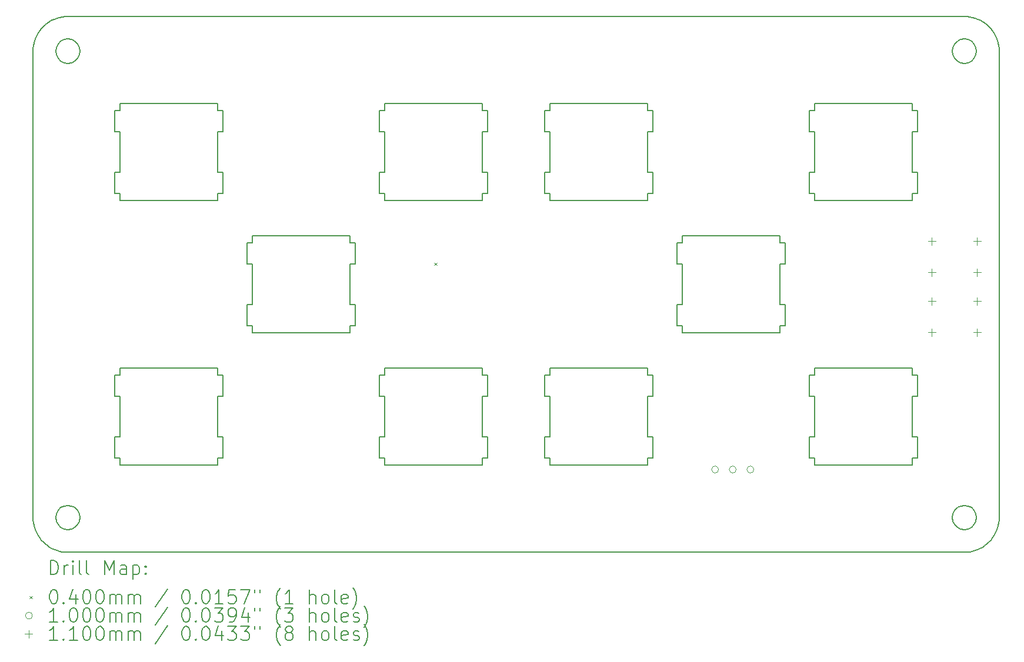
<source format=gbr>
%TF.GenerationSoftware,KiCad,Pcbnew,(6.0.8)*%
%TF.CreationDate,2022-10-26T23:53:49-06:00*%
%TF.ProjectId,plate,706c6174-652e-46b6-9963-61645f706362,rev?*%
%TF.SameCoordinates,Original*%
%TF.FileFunction,Drillmap*%
%TF.FilePolarity,Positive*%
%FSLAX45Y45*%
G04 Gerber Fmt 4.5, Leading zero omitted, Abs format (unit mm)*
G04 Created by KiCad (PCBNEW (6.0.8)) date 2022-10-26 23:53:49*
%MOMM*%
%LPD*%
G01*
G04 APERTURE LIST*
%ADD10C,0.188976*%
%ADD11C,0.200000*%
%ADD12C,0.040000*%
%ADD13C,0.100000*%
%ADD14C,0.110000*%
G04 APERTURE END LIST*
D10*
X17396000Y-9503900D02*
X17396000Y-9503900D01*
X17396000Y-9193900D02*
X17316000Y-9193900D01*
X8048800Y-6397100D02*
X8053400Y-6358100D01*
X15491000Y-12398900D02*
X16891000Y-12398900D01*
X13029800Y-7288900D02*
X13029800Y-7288900D01*
X8048800Y-13190700D02*
X8047200Y-13151400D01*
X8380800Y-6382300D02*
X8380800Y-6382300D01*
X21350700Y-13293000D02*
X21350700Y-13293000D01*
X21595199Y-6333500D02*
X21556500Y-6294800D01*
X10699800Y-8588900D02*
X10699800Y-8588900D01*
X21492799Y-13649900D02*
X21492799Y-13649900D01*
X8469000Y-13645300D02*
X8469000Y-13645300D01*
X11204700Y-10083900D02*
X11124800Y-10083900D01*
X8547300Y-6261400D02*
X8547300Y-6261400D01*
X21747500Y-13556000D02*
X21747500Y-13556000D01*
X8508000Y-13649900D02*
X8469000Y-13645300D01*
X14509799Y-7188900D02*
X14509799Y-7188900D01*
X18876000Y-9193900D02*
X18796000Y-9193900D01*
X15491000Y-8178800D02*
X15491000Y-8178800D01*
X9299800Y-11408900D02*
X9299800Y-11408900D01*
X12684700Y-9193900D02*
X12604700Y-9193900D01*
X14509799Y-7598900D02*
X14589800Y-7598900D01*
X8048800Y-6397100D02*
X8048800Y-6397100D01*
X16891000Y-12398900D02*
X16891000Y-12398900D01*
X13109799Y-8588900D02*
X14509799Y-8588900D01*
X8053400Y-6358100D02*
X8053400Y-6358100D01*
X19221000Y-11408900D02*
X19301000Y-11408900D01*
X8047200Y-13151400D02*
X8047200Y-13151400D01*
X14509799Y-8488900D02*
X14589800Y-8488900D01*
X16971000Y-8178800D02*
X16971000Y-8178800D01*
X16891000Y-7288900D02*
X16891000Y-7288900D01*
X15491000Y-8588900D02*
X15491000Y-8588900D01*
X15491000Y-8488900D02*
X15491000Y-8488900D01*
X10699800Y-10998900D02*
X9299800Y-10998900D01*
X21507699Y-13317900D02*
X21556500Y-13293000D01*
X21556500Y-6294800D02*
X21556500Y-6294800D01*
X8142700Y-6142500D02*
X8167000Y-6111600D01*
X21929100Y-6281800D02*
X21939799Y-6319600D01*
X20780999Y-8178800D02*
X20700999Y-8178800D01*
X10699800Y-12298900D02*
X10779600Y-12298900D01*
X8101700Y-6209400D02*
X8120900Y-6175100D01*
X11204700Y-9503900D02*
X11204700Y-9503900D01*
X11124800Y-10393900D02*
X11204700Y-10393900D01*
X20700999Y-10998900D02*
X20700999Y-10998900D01*
X17396000Y-10493900D02*
X17396000Y-10493900D01*
X10779600Y-11408900D02*
X10779600Y-11098900D01*
X8222500Y-6056100D02*
X8253400Y-6031800D01*
X9299800Y-12398900D02*
X10699800Y-12398900D01*
X21287199Y-13205500D02*
X21287199Y-13205500D01*
X17396000Y-10493900D02*
X18796000Y-10493900D01*
X8142700Y-13445300D02*
X8120900Y-13412700D01*
X8405700Y-13254300D02*
X8444400Y-13293000D01*
X21287199Y-6490400D02*
X21311999Y-6539200D01*
X8405700Y-6333500D02*
X8405700Y-6333500D01*
X8469000Y-5942500D02*
X8508000Y-5937900D01*
X8469000Y-13645300D02*
X8430500Y-13637600D01*
X13109799Y-12298900D02*
X13109799Y-12298900D01*
X9219700Y-11988900D02*
X9219700Y-11988900D01*
X14509799Y-12398900D02*
X14509799Y-12298900D01*
X15491000Y-12298900D02*
X15491000Y-12398900D01*
X21879899Y-6175100D02*
X21879899Y-6175100D01*
X21287199Y-13097400D02*
X21287199Y-13097400D01*
X21915500Y-6245000D02*
X21915500Y-6245000D01*
X14589800Y-8488900D02*
X14589800Y-8488900D01*
X15411000Y-11098900D02*
X15411000Y-11408900D01*
X12604700Y-10083900D02*
X12604700Y-9503900D01*
X19301000Y-7288900D02*
X19221000Y-7288900D01*
X21833799Y-6111600D02*
X21833799Y-6111600D01*
X21595199Y-13254300D02*
X21619999Y-13205500D01*
X10699800Y-11408900D02*
X10779600Y-11408900D01*
X21833799Y-6111600D02*
X21858099Y-6142500D01*
X21287199Y-6382300D02*
X21278599Y-6436400D01*
X8120900Y-13412700D02*
X8120900Y-13412700D01*
X15491000Y-11098900D02*
X15491000Y-11098900D01*
X8405700Y-6333500D02*
X8380800Y-6382300D01*
X10699800Y-8178800D02*
X10699800Y-7598900D01*
X21833799Y-13476200D02*
X21833799Y-13476200D01*
X21507699Y-6269900D02*
X21453599Y-6261400D01*
X8547300Y-6611400D02*
X8601300Y-6602800D01*
X8547300Y-5936300D02*
X21453599Y-5936400D01*
X8085300Y-13342800D02*
X8085300Y-13342800D01*
X16891000Y-8178800D02*
X16891000Y-8178800D01*
X10779600Y-7288900D02*
X10779600Y-7288900D01*
X18876000Y-10393900D02*
X18876000Y-10083900D01*
X8355900Y-5974400D02*
X8355900Y-5974400D01*
X21287199Y-6382300D02*
X21287199Y-6382300D01*
X21899099Y-6209400D02*
X21915500Y-6245000D01*
X21350700Y-13009900D02*
X21350700Y-13009900D01*
X21953599Y-13151500D02*
X21953599Y-13151500D01*
X21595199Y-6539200D02*
X21619999Y-6490400D01*
X12604700Y-10493900D02*
X12604700Y-10393900D01*
X21778300Y-6056100D02*
X21807200Y-6082800D01*
X18876000Y-10083900D02*
X18796000Y-10083900D01*
X10779600Y-12298900D02*
X10779600Y-11988900D01*
X8380800Y-13097400D02*
X8380800Y-13097400D01*
X10699800Y-11988900D02*
X10699800Y-11988900D01*
X18796000Y-9193900D02*
X18796000Y-9193900D01*
X20700999Y-11408900D02*
X20700999Y-11408900D01*
X21350700Y-6294800D02*
X21350700Y-6294800D01*
X21619999Y-6490400D02*
X21628599Y-6436400D01*
X8085300Y-6245000D02*
X8101700Y-6209400D01*
X8508000Y-5937900D02*
X8547300Y-5936300D01*
X8380800Y-6490400D02*
X8380800Y-6490400D01*
X14509799Y-8588900D02*
X14509799Y-8488900D01*
X21628599Y-13151500D02*
X21619999Y-13097400D01*
X21644900Y-5974400D02*
X21644900Y-5974400D01*
X8320300Y-5990800D02*
X8355900Y-5974400D01*
X21531799Y-13645300D02*
X21531799Y-13645300D01*
X9299800Y-7288900D02*
X9299800Y-7288900D01*
X13109799Y-8178800D02*
X13029800Y-8178800D01*
X21858099Y-6142500D02*
X21879899Y-6175100D01*
X19301000Y-7188900D02*
X19301000Y-7288900D01*
X9299800Y-10998900D02*
X9299800Y-11098900D01*
X21399499Y-6602800D02*
X21399499Y-6602800D01*
X8053400Y-6358100D02*
X8061100Y-6319600D01*
X8071700Y-6281800D02*
X8085300Y-6245000D01*
X14509799Y-10998900D02*
X13109799Y-10998900D01*
X8547300Y-12976500D02*
X8493200Y-12985000D01*
X8047300Y-6436400D02*
X8048800Y-6397100D01*
X18876000Y-9503900D02*
X18876000Y-9503900D01*
X21531799Y-5942500D02*
X21531799Y-5942500D01*
X8355900Y-5974400D02*
X8392700Y-5960800D01*
X21929100Y-13306000D02*
X21915500Y-13342800D01*
X21453599Y-6261400D02*
X21399499Y-6269900D01*
X8444400Y-6294800D02*
X8405700Y-6333500D01*
X11124800Y-9193900D02*
X11124800Y-9503900D01*
X21644900Y-5974400D02*
X21680600Y-5990800D01*
X8601300Y-6269900D02*
X8547300Y-6261400D01*
X10699800Y-8588900D02*
X10699800Y-8488900D01*
X21952099Y-13190700D02*
X21952099Y-13190700D01*
X11204700Y-9193900D02*
X11124800Y-9193900D01*
X8372300Y-13151500D02*
X8380800Y-13205500D01*
X8601300Y-6602800D02*
X8650100Y-6577900D01*
X13109799Y-11098900D02*
X13109799Y-11098900D01*
X18876000Y-9503900D02*
X18876000Y-9193900D01*
X8547300Y-13326500D02*
X8547300Y-13326500D01*
X21939799Y-13268200D02*
X21929100Y-13306000D01*
X8380800Y-6490400D02*
X8405700Y-6539200D01*
X18876000Y-9193900D02*
X18876000Y-9193900D01*
X8167000Y-6111600D02*
X8167000Y-6111600D01*
X15491000Y-7288900D02*
X15491000Y-7288900D01*
X19301000Y-12298900D02*
X19301000Y-12398900D01*
X20700999Y-7288900D02*
X20700999Y-7188900D01*
X9219700Y-7598900D02*
X9299800Y-7598900D01*
X20700999Y-7598900D02*
X20700999Y-7598900D01*
X15491000Y-7288900D02*
X15411000Y-7288900D01*
X21350700Y-13009900D02*
X21311999Y-13048600D01*
X8193700Y-13505000D02*
X8193700Y-13505000D01*
X17396000Y-10393900D02*
X17396000Y-10393900D01*
X8713700Y-6382300D02*
X8713700Y-6382300D01*
X8142700Y-6142500D02*
X8142700Y-6142500D01*
X8547300Y-13651500D02*
X8547300Y-13651500D01*
X21278599Y-6436400D02*
X21278599Y-6436400D01*
X11124800Y-9193900D02*
X11124800Y-9193900D01*
X8405700Y-6539200D02*
X8405700Y-6539200D01*
X8601300Y-6269900D02*
X8601300Y-6269900D01*
X21278599Y-6436400D02*
X21287199Y-6490400D01*
X10699800Y-7288900D02*
X10699800Y-7288900D01*
X14589800Y-11408900D02*
X14589800Y-11098900D01*
X19301000Y-12298900D02*
X19301000Y-12298900D01*
X16891000Y-11408900D02*
X16891000Y-11408900D01*
X14509799Y-10998900D02*
X14509799Y-10998900D01*
X16971000Y-7288900D02*
X16891000Y-7288900D01*
X8405700Y-13048600D02*
X8380800Y-13097400D01*
X13109799Y-12398900D02*
X13109799Y-12398900D01*
X16971000Y-11098900D02*
X16971000Y-11098900D01*
X12684700Y-10393900D02*
X12684700Y-10393900D01*
X16971000Y-11988900D02*
X16971000Y-11988900D01*
X11124800Y-9503900D02*
X11204700Y-9503900D01*
X15491000Y-12398900D02*
X15491000Y-12398900D01*
X20780999Y-11408900D02*
X20780999Y-11408900D01*
X21531799Y-13645300D02*
X21492799Y-13649900D01*
X13109799Y-11408900D02*
X13109799Y-11408900D01*
X21507699Y-12985000D02*
X21507699Y-12985000D01*
X21879899Y-6175100D02*
X21899099Y-6209400D01*
X9219700Y-12298900D02*
X9299800Y-12298900D01*
X8430500Y-13637600D02*
X8392700Y-13627000D01*
X9219700Y-7288900D02*
X9219700Y-7598900D01*
X21833799Y-13476200D02*
X21807200Y-13505000D01*
X21350700Y-13293000D02*
X21399499Y-13317900D01*
X21595199Y-6539200D02*
X21595199Y-6539200D01*
X8193700Y-13505000D02*
X8167000Y-13476200D01*
X13029800Y-7288900D02*
X13029800Y-7598900D01*
X13109799Y-8588900D02*
X13109799Y-8588900D01*
X19301000Y-7598900D02*
X19301000Y-8178800D01*
X11124800Y-9503900D02*
X11124800Y-9503900D01*
X15411000Y-7598900D02*
X15411000Y-7598900D01*
X16891000Y-11098900D02*
X16891000Y-10998900D01*
X8601300Y-13317900D02*
X8650100Y-13293000D01*
X9299800Y-7598900D02*
X9299800Y-8178800D01*
X14509799Y-8588900D02*
X14509799Y-8588900D01*
X8380800Y-6382300D02*
X8372300Y-6436400D01*
X14589800Y-12298900D02*
X14589800Y-11988900D01*
X16971000Y-7598900D02*
X16971000Y-7288900D01*
X8444400Y-13009900D02*
X8444400Y-13009900D01*
X19301000Y-8488900D02*
X19301000Y-8488900D01*
X18796000Y-9093900D02*
X18796000Y-9093900D01*
X8101700Y-6209400D02*
X8101700Y-6209400D01*
X10779600Y-12298900D02*
X10779600Y-12298900D01*
X21570300Y-5950200D02*
X21608099Y-5960800D01*
X21899099Y-6209400D02*
X21899099Y-6209400D01*
X16891000Y-7288900D02*
X16891000Y-7188900D01*
X21453599Y-12976500D02*
X21453599Y-12976500D01*
X18796000Y-10393900D02*
X18796000Y-10393900D01*
X20700999Y-12298900D02*
X20700999Y-12298900D01*
X15491000Y-11408900D02*
X15491000Y-11988900D01*
X21952099Y-6397100D02*
X21952099Y-6397100D01*
X9299800Y-11098900D02*
X9219700Y-11098900D01*
X8355900Y-13613400D02*
X8320300Y-13597000D01*
X21899099Y-13378400D02*
X21899099Y-13378400D01*
X10699800Y-7598900D02*
X10699800Y-7598900D01*
X8722300Y-6436400D02*
X8713700Y-6382300D01*
X15491000Y-8588900D02*
X16891000Y-8588900D01*
X8120900Y-13412700D02*
X8101700Y-13378400D01*
X19301000Y-11988900D02*
X19301000Y-11988900D01*
X9299800Y-8588900D02*
X9299800Y-8588900D01*
X21570300Y-5950200D02*
X21570300Y-5950200D01*
X20700999Y-11988900D02*
X20700999Y-11988900D01*
X19301000Y-8178800D02*
X19301000Y-8178800D01*
X13029800Y-12298900D02*
X13029800Y-12298900D01*
X20700999Y-11988900D02*
X20700999Y-11408900D01*
X10779600Y-8488900D02*
X10779600Y-8178800D01*
X21311999Y-6539200D02*
X21311999Y-6539200D01*
X8286000Y-6010000D02*
X8320300Y-5990800D01*
X15491000Y-8178800D02*
X15411000Y-8178800D01*
X9299800Y-11098900D02*
X9299800Y-11098900D01*
X8508000Y-13649900D02*
X8508000Y-13649900D01*
X13109799Y-11098900D02*
X13029800Y-11098900D01*
X18796000Y-9093900D02*
X17396000Y-9093900D01*
X15411000Y-7288900D02*
X15411000Y-7288900D01*
X8688800Y-6333500D02*
X8688800Y-6333500D01*
X17316000Y-10083900D02*
X17316000Y-10393900D01*
X13029800Y-8488900D02*
X13029800Y-8488900D01*
X21595199Y-13048600D02*
X21556500Y-13009900D01*
X10699800Y-11988900D02*
X10699800Y-11408900D01*
X20780999Y-11988900D02*
X20780999Y-11988900D01*
X8071700Y-13306000D02*
X8061100Y-13268200D01*
X15491000Y-11098900D02*
X15411000Y-11098900D01*
X15411000Y-8488900D02*
X15411000Y-8488900D01*
X13029800Y-11988900D02*
X13029800Y-12298900D01*
X8493200Y-13317900D02*
X8493200Y-13317900D01*
X14509799Y-11988900D02*
X14509799Y-11408900D01*
X17396000Y-9093900D02*
X17396000Y-9193900D01*
X8320300Y-13597000D02*
X8286000Y-13577800D01*
X8320300Y-13597000D02*
X8320300Y-13597000D01*
X8101700Y-13378400D02*
X8085300Y-13342800D01*
X17396000Y-9503900D02*
X17396000Y-10083900D01*
X19221000Y-11098900D02*
X19221000Y-11408900D01*
X9299800Y-11988900D02*
X9219700Y-11988900D01*
X21747500Y-6031800D02*
X21747500Y-6031800D01*
X14589800Y-11098900D02*
X14509799Y-11098900D01*
X13029800Y-8178800D02*
X13029800Y-8178800D01*
X21492799Y-5937900D02*
X21492799Y-5937900D01*
X9299800Y-7598900D02*
X9299800Y-7598900D01*
X15411000Y-12298900D02*
X15411000Y-12298900D01*
X20780999Y-7598900D02*
X20780999Y-7598900D01*
X16891000Y-8488900D02*
X16891000Y-8488900D01*
X15491000Y-11988900D02*
X15411000Y-11988900D01*
X21714799Y-6010000D02*
X21747500Y-6031800D01*
X8392700Y-13627000D02*
X8392700Y-13627000D01*
X8722300Y-13151500D02*
X8722300Y-13151500D01*
X8085300Y-6245000D02*
X8085300Y-6245000D01*
X14509799Y-11098900D02*
X14509799Y-10998900D01*
X14589800Y-8178800D02*
X14509799Y-8178800D01*
X9299800Y-8178800D02*
X9299800Y-8178800D01*
X8713700Y-6490400D02*
X8713700Y-6490400D01*
X16891000Y-12398900D02*
X16891000Y-12298900D01*
X21570300Y-13637600D02*
X21570300Y-13637600D01*
X9219700Y-8488900D02*
X9299800Y-8488900D01*
X21311999Y-13254300D02*
X21350700Y-13293000D01*
X12604700Y-9093900D02*
X12604700Y-9093900D01*
X8222500Y-13531700D02*
X8193700Y-13505000D01*
X15411000Y-11098900D02*
X15411000Y-11098900D01*
X13029800Y-12298900D02*
X13109799Y-12298900D01*
X15491000Y-7598900D02*
X15491000Y-7598900D01*
X15411000Y-7288900D02*
X15411000Y-7598900D01*
X12684700Y-9503900D02*
X12684700Y-9503900D01*
X21399499Y-12985000D02*
X21350700Y-13009900D01*
X19301000Y-11988900D02*
X19221000Y-11988900D01*
X14589800Y-11098900D02*
X14589800Y-11098900D01*
X10699800Y-7288900D02*
X10699800Y-7188900D01*
X19301000Y-10998900D02*
X19301000Y-11098900D01*
X19221000Y-12298900D02*
X19221000Y-12298900D01*
X15491000Y-7188900D02*
X15491000Y-7288900D01*
X15411000Y-8178800D02*
X15411000Y-8488900D01*
X20780999Y-12298900D02*
X20780999Y-12298900D01*
X18796000Y-10083900D02*
X18796000Y-10083900D01*
X11124800Y-10393900D02*
X11124800Y-10393900D01*
X9299800Y-11408900D02*
X9299800Y-11988900D01*
X9299800Y-8488900D02*
X9299800Y-8488900D01*
X16971000Y-11098900D02*
X16891000Y-11098900D01*
X16971000Y-11408900D02*
X16971000Y-11098900D01*
X19221000Y-11988900D02*
X19221000Y-12298900D01*
X19301000Y-12398900D02*
X20700999Y-12398900D01*
X10699800Y-11098900D02*
X10699800Y-11098900D01*
X8320300Y-5990800D02*
X8320300Y-5990800D01*
X8688800Y-6333500D02*
X8650100Y-6294800D01*
X14589800Y-7288900D02*
X14589800Y-7288900D01*
X13109799Y-12298900D02*
X13109799Y-12398900D01*
X21947400Y-13229700D02*
X21947400Y-13229700D01*
X20700999Y-12298900D02*
X20780999Y-12298900D01*
X17316000Y-10393900D02*
X17396000Y-10393900D01*
X11204700Y-10493900D02*
X11204700Y-10493900D01*
X21680600Y-13597000D02*
X21680600Y-13597000D01*
X15491000Y-11408900D02*
X15491000Y-11408900D01*
X16891000Y-7188900D02*
X15491000Y-7188900D01*
X11124800Y-10083900D02*
X11124800Y-10083900D01*
X11204700Y-10083900D02*
X11204700Y-10083900D01*
X21939799Y-6319600D02*
X21939799Y-6319600D01*
X8469000Y-5942500D02*
X8469000Y-5942500D01*
X16891000Y-7598900D02*
X16891000Y-7598900D01*
X21453599Y-13651500D02*
X8547300Y-13651500D01*
X15491000Y-7598900D02*
X15491000Y-8178800D01*
X8493200Y-6602800D02*
X8547300Y-6611400D01*
X8650100Y-6294800D02*
X8601300Y-6269900D01*
X8053400Y-13229700D02*
X8053400Y-13229700D01*
X8193700Y-6082800D02*
X8193700Y-6082800D01*
X20700999Y-11098900D02*
X20700999Y-11098900D01*
X13029800Y-11098900D02*
X13029800Y-11408900D01*
X8061100Y-13268200D02*
X8061100Y-13268200D01*
X12684700Y-10083900D02*
X12684700Y-10083900D01*
X21858099Y-13445300D02*
X21833799Y-13476200D01*
X10779600Y-11988900D02*
X10779600Y-11988900D01*
X16891000Y-12298900D02*
X16971000Y-12298900D01*
X11124800Y-10083900D02*
X11124800Y-10393900D01*
X8547300Y-6611400D02*
X8547300Y-6611400D01*
X8048800Y-13190700D02*
X8048800Y-13190700D01*
X8167000Y-13476200D02*
X8142700Y-13445300D01*
X20780999Y-7288900D02*
X20780999Y-7288900D01*
X21807200Y-13505000D02*
X21778300Y-13531700D01*
X21619999Y-6382300D02*
X21619999Y-6382300D01*
X15491000Y-11988900D02*
X15491000Y-11988900D01*
X8601300Y-13317900D02*
X8601300Y-13317900D01*
X8430500Y-5950200D02*
X8430500Y-5950200D01*
X8253400Y-13556000D02*
X8253400Y-13556000D01*
X19301000Y-11098900D02*
X19301000Y-11098900D01*
X16891000Y-7188900D02*
X16891000Y-7188900D01*
X19301000Y-7288900D02*
X19301000Y-7288900D01*
X8444400Y-13293000D02*
X8444400Y-13293000D01*
X17316000Y-9503900D02*
X17316000Y-9503900D01*
X12684700Y-9193900D02*
X12684700Y-9193900D01*
X14509799Y-8178800D02*
X14509799Y-7598900D01*
X16891000Y-11098900D02*
X16891000Y-11098900D01*
X12684700Y-10393900D02*
X12684700Y-10083900D01*
X8071700Y-13306000D02*
X8071700Y-13306000D01*
X8713700Y-6382300D02*
X8688800Y-6333500D01*
X20700999Y-8588900D02*
X20700999Y-8488900D01*
X21556500Y-6577900D02*
X21595199Y-6539200D01*
X21939799Y-13268200D02*
X21939799Y-13268200D01*
X13109799Y-11408900D02*
X13109799Y-11988900D01*
X8222500Y-13531700D02*
X8222500Y-13531700D01*
X19301000Y-11098900D02*
X19221000Y-11098900D01*
X21778300Y-13531700D02*
X21778300Y-13531700D01*
X19221000Y-11408900D02*
X19221000Y-11408900D01*
X9219700Y-7288900D02*
X9219700Y-7288900D01*
X21453599Y-6611400D02*
X21453599Y-6611400D01*
X14509799Y-12298900D02*
X14589800Y-12298900D01*
X14509799Y-11408900D02*
X14589800Y-11408900D01*
X21778300Y-13531700D02*
X21747500Y-13556000D01*
X8547300Y-12976500D02*
X8547300Y-12976500D01*
X14509799Y-7288900D02*
X14509799Y-7188900D01*
X21287199Y-13097400D02*
X21278599Y-13151500D01*
X20700999Y-8488900D02*
X20780999Y-8488900D01*
X14589800Y-7288900D02*
X14509799Y-7288900D01*
X21453599Y-6261400D02*
X21453599Y-6261400D01*
X8286000Y-13577800D02*
X8253400Y-13556000D01*
X8688800Y-13254300D02*
X8713700Y-13205500D01*
X14589800Y-11988900D02*
X14509799Y-11988900D01*
X21915500Y-13342800D02*
X21899099Y-13378400D01*
X16891000Y-11988900D02*
X16891000Y-11408900D01*
X18796000Y-10493900D02*
X18796000Y-10393900D01*
X21915500Y-13342800D02*
X21915500Y-13342800D01*
X21929100Y-6281800D02*
X21929100Y-6281800D01*
X18796000Y-9193900D02*
X18796000Y-9093900D01*
X8372300Y-6436400D02*
X8372300Y-6436400D01*
X20700999Y-7288900D02*
X20700999Y-7288900D01*
X13029800Y-8488900D02*
X13109799Y-8488900D01*
X20780999Y-7288900D02*
X20700999Y-7288900D01*
X19301000Y-11408900D02*
X19301000Y-11988900D01*
X21556500Y-13293000D02*
X21595199Y-13254300D01*
X18876000Y-10393900D02*
X18876000Y-10393900D01*
X21350700Y-6577900D02*
X21350700Y-6577900D01*
X10779600Y-11988900D02*
X10699800Y-11988900D01*
X9219700Y-11408900D02*
X9299800Y-11408900D01*
X15491000Y-8488900D02*
X15491000Y-8588900D01*
X21939799Y-6319600D02*
X21947400Y-6358100D01*
X20780999Y-7598900D02*
X20780999Y-7288900D01*
X8142700Y-13445300D02*
X8142700Y-13445300D01*
X20700999Y-7598900D02*
X20780999Y-7598900D01*
X11204700Y-10393900D02*
X11204700Y-10393900D01*
X14589800Y-8178800D02*
X14589800Y-8178800D01*
X14509799Y-8488900D02*
X14509799Y-8488900D01*
X19221000Y-8178800D02*
X19221000Y-8178800D01*
X11204700Y-10393900D02*
X11204700Y-10493900D01*
X18796000Y-9503900D02*
X18876000Y-9503900D01*
X18796000Y-10083900D02*
X18796000Y-9503900D01*
X8688800Y-13048600D02*
X8650100Y-13009900D01*
X8547300Y-5936300D02*
X8547300Y-5936300D01*
X21953599Y-6436400D02*
X21953599Y-13151500D01*
X8193700Y-6082800D02*
X8222500Y-6056100D01*
X13109799Y-7598900D02*
X13109799Y-8178800D01*
X9299800Y-7188900D02*
X9299800Y-7288900D01*
X19221000Y-7598900D02*
X19221000Y-7598900D01*
X9299800Y-12398900D02*
X9299800Y-12398900D01*
X8650100Y-13293000D02*
X8650100Y-13293000D01*
X20700999Y-10998900D02*
X19301000Y-10998900D01*
X21628599Y-6436400D02*
X21619999Y-6382300D01*
X10779600Y-8178800D02*
X10699800Y-8178800D01*
X9219700Y-7598900D02*
X9219700Y-7598900D01*
X14589800Y-12298900D02*
X14589800Y-12298900D01*
X20780999Y-8488900D02*
X20780999Y-8178800D01*
X9219700Y-11098900D02*
X9219700Y-11098900D01*
X21507699Y-6269900D02*
X21507699Y-6269900D01*
X12684700Y-10083900D02*
X12604700Y-10083900D01*
X21680600Y-5990800D02*
X21680600Y-5990800D01*
X20700999Y-8588900D02*
X20700999Y-8588900D01*
X8601300Y-12985000D02*
X8601300Y-12985000D01*
X21680600Y-5990800D02*
X21714799Y-6010000D01*
X19221000Y-11098900D02*
X19221000Y-11098900D01*
X8688800Y-6539200D02*
X8713700Y-6490400D01*
X8493200Y-6602800D02*
X8493200Y-6602800D01*
X9299800Y-11988900D02*
X9299800Y-11988900D01*
X9219700Y-11408900D02*
X9219700Y-11408900D01*
X21311999Y-13048600D02*
X21311999Y-13048600D01*
X16891000Y-12298900D02*
X16891000Y-12298900D01*
X20780999Y-12298900D02*
X20780999Y-11988900D01*
X13109799Y-7188900D02*
X13109799Y-7288900D01*
X20700999Y-11408900D02*
X20780999Y-11408900D01*
X21453599Y-6611400D02*
X21507699Y-6602800D01*
X21278599Y-13151500D02*
X21278599Y-13151500D01*
X21556500Y-6577900D02*
X21556500Y-6577900D01*
X10699800Y-10998900D02*
X10699800Y-10998900D01*
X21714799Y-13577800D02*
X21714799Y-13577800D01*
X13109799Y-11988900D02*
X13029800Y-11988900D01*
X14589800Y-11988900D02*
X14589800Y-11988900D01*
X15411000Y-8488900D02*
X15491000Y-8488900D01*
X21311999Y-6333500D02*
X21311999Y-6333500D01*
X20780999Y-11408900D02*
X20780999Y-11098900D01*
X15491000Y-12298900D02*
X15491000Y-12298900D01*
X8650100Y-6577900D02*
X8688800Y-6539200D01*
X8650100Y-6577900D02*
X8650100Y-6577900D01*
X18796000Y-10493900D02*
X18796000Y-10493900D01*
X19221000Y-11988900D02*
X19221000Y-11988900D01*
X14509799Y-12398900D02*
X14509799Y-12398900D01*
X16971000Y-8488900D02*
X16971000Y-8488900D01*
X21507699Y-12985000D02*
X21453599Y-12976500D01*
X21714799Y-13577800D02*
X21680600Y-13597000D01*
X8085300Y-13342800D02*
X8071700Y-13306000D01*
X8120900Y-6175100D02*
X8120900Y-6175100D01*
X13029800Y-11098900D02*
X13029800Y-11098900D01*
X20700999Y-12398900D02*
X20700999Y-12298900D01*
X21947400Y-6358100D02*
X21947400Y-6358100D01*
X8444400Y-13009900D02*
X8405700Y-13048600D01*
X10699800Y-12298900D02*
X10699800Y-12298900D01*
X8547300Y-13326500D02*
X8601300Y-13317900D01*
X13029800Y-11988900D02*
X13029800Y-11988900D01*
X15411000Y-11408900D02*
X15411000Y-11408900D01*
X12604700Y-9093900D02*
X11204700Y-9093900D01*
X16891000Y-10998900D02*
X16891000Y-10998900D01*
X19221000Y-7288900D02*
X19221000Y-7598900D01*
X15491000Y-10998900D02*
X15491000Y-11098900D01*
X10779600Y-7598900D02*
X10779600Y-7288900D01*
X8722300Y-13151500D02*
X8713700Y-13097400D01*
X15411000Y-11988900D02*
X15411000Y-12298900D01*
X20780999Y-11988900D02*
X20700999Y-11988900D01*
X21492799Y-5937900D02*
X21531799Y-5942500D01*
X21608099Y-5960800D02*
X21644900Y-5974400D01*
X20700999Y-8178800D02*
X20700999Y-7598900D01*
X9219700Y-11988900D02*
X9219700Y-12298900D01*
X16971000Y-8178800D02*
X16891000Y-8178800D01*
X21492799Y-13649900D02*
X21453599Y-13651500D01*
X17396000Y-10083900D02*
X17316000Y-10083900D01*
X16891000Y-11408900D02*
X16971000Y-11408900D01*
X21628599Y-6436400D02*
X21628599Y-6436400D01*
X16971000Y-11988900D02*
X16891000Y-11988900D01*
X20700999Y-8488900D02*
X20700999Y-8488900D01*
X21947400Y-13229700D02*
X21939799Y-13268200D01*
X8253400Y-13556000D02*
X8222500Y-13531700D01*
X10699800Y-7188900D02*
X10699800Y-7188900D01*
X21350700Y-6577900D02*
X21399499Y-6602800D01*
X21899099Y-13378400D02*
X21879899Y-13412700D01*
X8380800Y-13205500D02*
X8380800Y-13205500D01*
X13109799Y-8488900D02*
X13109799Y-8588900D01*
X12604700Y-10493900D02*
X12604700Y-10493900D01*
X21879899Y-13412700D02*
X21879899Y-13412700D01*
X8650100Y-13293000D02*
X8688800Y-13254300D01*
X13109799Y-11988900D02*
X13109799Y-11988900D01*
X21570300Y-13637600D02*
X21531799Y-13645300D01*
X17396000Y-10393900D02*
X17396000Y-10493900D01*
X10779600Y-11098900D02*
X10779600Y-11098900D01*
X10699800Y-12398900D02*
X10699800Y-12398900D01*
X8688800Y-6539200D02*
X8688800Y-6539200D01*
X12604700Y-10083900D02*
X12604700Y-10083900D01*
X21644900Y-13613400D02*
X21644900Y-13613400D01*
X11204700Y-9503900D02*
X11204700Y-10083900D01*
X8405700Y-13254300D02*
X8405700Y-13254300D01*
X17316000Y-9503900D02*
X17396000Y-9503900D01*
X14509799Y-7288900D02*
X14509799Y-7288900D01*
X14509799Y-7598900D02*
X14509799Y-7598900D01*
X13029800Y-8178800D02*
X13029800Y-8488900D01*
X8650100Y-6294800D02*
X8650100Y-6294800D01*
X8405700Y-13048600D02*
X8405700Y-13048600D01*
X16971000Y-7598900D02*
X16971000Y-7598900D01*
X9299800Y-12298900D02*
X9299800Y-12298900D01*
X8722300Y-6436400D02*
X8722300Y-6436400D01*
X21807200Y-13505000D02*
X21807200Y-13505000D01*
X14589800Y-7598900D02*
X14589800Y-7288900D01*
X14509799Y-11098900D02*
X14509799Y-11098900D01*
X21953599Y-13151500D02*
X21952099Y-13190700D01*
X8047200Y-13151400D02*
X8047300Y-6436400D01*
X17396000Y-10083900D02*
X17396000Y-10083900D01*
X21556500Y-13009900D02*
X21507699Y-12985000D01*
X21619999Y-6490400D02*
X21619999Y-6490400D01*
X10779600Y-11098900D02*
X10699800Y-11098900D01*
X8101700Y-13378400D02*
X8101700Y-13378400D01*
X8053400Y-13229700D02*
X8048800Y-13190700D01*
X17396000Y-9193900D02*
X17396000Y-9193900D01*
X21311999Y-6333500D02*
X21287199Y-6382300D01*
X8547300Y-6261400D02*
X8493200Y-6269900D01*
X8286000Y-13577800D02*
X8286000Y-13577800D01*
X13109799Y-7288900D02*
X13029800Y-7288900D01*
X21952099Y-13190700D02*
X21947400Y-13229700D01*
X8508000Y-5937900D02*
X8508000Y-5937900D01*
X21952099Y-6397100D02*
X21953599Y-6436400D01*
X9219700Y-8178800D02*
X9219700Y-8488900D01*
X14509799Y-7188900D02*
X13109799Y-7188900D01*
X8444400Y-6577900D02*
X8444400Y-6577900D01*
X20700999Y-8178800D02*
X20700999Y-8178800D01*
X19221000Y-7598900D02*
X19301000Y-7598900D01*
X19301000Y-8178800D02*
X19221000Y-8178800D01*
X21807200Y-6082800D02*
X21807200Y-6082800D01*
X19301000Y-8488900D02*
X19301000Y-8588900D01*
X14589800Y-11408900D02*
X14589800Y-11408900D01*
X9219700Y-8488900D02*
X9219700Y-8488900D01*
X20780999Y-11098900D02*
X20780999Y-11098900D01*
X8405700Y-6539200D02*
X8444400Y-6577900D01*
X8061100Y-6319600D02*
X8071700Y-6281800D01*
X9299800Y-8588900D02*
X10699800Y-8588900D01*
X13109799Y-12398900D02*
X14509799Y-12398900D01*
X13029800Y-7598900D02*
X13109799Y-7598900D01*
X21399499Y-6602800D02*
X21453599Y-6611400D01*
X21947400Y-6358100D02*
X21952099Y-6397100D01*
X14509799Y-12298900D02*
X14509799Y-12298900D01*
X8047300Y-6436400D02*
X8047300Y-6436400D01*
X21619999Y-13205500D02*
X21619999Y-13205500D01*
X21399499Y-6269900D02*
X21350700Y-6294800D01*
X16971000Y-8488900D02*
X16971000Y-8178800D01*
X13029800Y-11408900D02*
X13109799Y-11408900D01*
X13109799Y-7598900D02*
X13109799Y-7598900D01*
X21287199Y-6490400D02*
X21287199Y-6490400D01*
X8372300Y-6436400D02*
X8380800Y-6490400D01*
X21453599Y-13326500D02*
X21453599Y-13326500D01*
X8444400Y-13293000D02*
X8493200Y-13317900D01*
X21608099Y-13627000D02*
X21570300Y-13637600D01*
X11204700Y-9093900D02*
X11204700Y-9193900D01*
X21747500Y-6031800D02*
X21778300Y-6056100D01*
X8392700Y-5960800D02*
X8392700Y-5960800D01*
X20780999Y-8178800D02*
X20780999Y-8178800D01*
X16891000Y-10998900D02*
X15491000Y-10998900D01*
X8372300Y-13151500D02*
X8372300Y-13151500D01*
X21531799Y-5942500D02*
X21570300Y-5950200D01*
X21399499Y-13317900D02*
X21399499Y-13317900D01*
X10699800Y-7598900D02*
X10779600Y-7598900D01*
X15411000Y-11408900D02*
X15491000Y-11408900D01*
X9219700Y-11098900D02*
X9219700Y-11408900D01*
X20700999Y-7188900D02*
X19301000Y-7188900D01*
X21556500Y-6294800D02*
X21507699Y-6269900D01*
X13029800Y-11408900D02*
X13029800Y-11408900D01*
X8253400Y-6031800D02*
X8253400Y-6031800D01*
X21399499Y-13317900D02*
X21453599Y-13326500D01*
X20780999Y-11098900D02*
X20700999Y-11098900D01*
X8380800Y-13205500D02*
X8405700Y-13254300D01*
X16971000Y-12298900D02*
X16971000Y-11988900D01*
X8355900Y-13613400D02*
X8355900Y-13613400D01*
X19221000Y-8488900D02*
X19301000Y-8488900D01*
X19301000Y-8588900D02*
X20700999Y-8588900D01*
X21778300Y-6056100D02*
X21778300Y-6056100D01*
X8061100Y-6319600D02*
X8061100Y-6319600D01*
X21311999Y-13048600D02*
X21287199Y-13097400D01*
X13109799Y-8488900D02*
X13109799Y-8488900D01*
X13109799Y-10998900D02*
X13109799Y-11098900D01*
X21747500Y-13556000D02*
X21714799Y-13577800D01*
X11204700Y-9193900D02*
X11204700Y-9193900D01*
X16971000Y-7288900D02*
X16971000Y-7288900D01*
X8713700Y-13205500D02*
X8713700Y-13205500D01*
X9299800Y-7288900D02*
X9219700Y-7288900D01*
X15411000Y-8178800D02*
X15411000Y-8178800D01*
X21953599Y-6436400D02*
X21953599Y-6436400D01*
X19221000Y-8488900D02*
X19221000Y-8488900D01*
X21453599Y-5936400D02*
X21492799Y-5937900D01*
X8430500Y-5950200D02*
X8469000Y-5942500D01*
X13109799Y-7288900D02*
X13109799Y-7288900D01*
X8071700Y-6281800D02*
X8071700Y-6281800D01*
X19221000Y-7288900D02*
X19221000Y-7288900D01*
X8392700Y-13627000D02*
X8355900Y-13613400D01*
X8713700Y-6490400D02*
X8722300Y-6436400D01*
X15411000Y-11988900D02*
X15411000Y-11988900D01*
X20780999Y-8488900D02*
X20780999Y-8488900D01*
X8392700Y-5960800D02*
X8430500Y-5950200D01*
X8222500Y-6056100D02*
X8222500Y-6056100D01*
X8493200Y-13317900D02*
X8547300Y-13326500D01*
X12684700Y-9503900D02*
X12684700Y-9193900D01*
X17316000Y-10393900D02*
X17316000Y-10393900D01*
X19221000Y-12298900D02*
X19301000Y-12298900D01*
X21350700Y-6294800D02*
X21311999Y-6333500D01*
X8688800Y-13254300D02*
X8688800Y-13254300D01*
X8601300Y-12985000D02*
X8547300Y-12976500D01*
X20700999Y-7188900D02*
X20700999Y-7188900D01*
X8601300Y-6602800D02*
X8601300Y-6602800D01*
X15411000Y-7598900D02*
X15491000Y-7598900D01*
X20700999Y-11098900D02*
X20700999Y-10998900D01*
X12604700Y-9503900D02*
X12604700Y-9503900D01*
X16891000Y-11988900D02*
X16891000Y-11988900D01*
X21556500Y-13009900D02*
X21556500Y-13009900D01*
X8167000Y-13476200D02*
X8167000Y-13476200D01*
X10779600Y-7288900D02*
X10699800Y-7288900D01*
X19301000Y-12398900D02*
X19301000Y-12398900D01*
X14509799Y-11408900D02*
X14509799Y-11408900D01*
X9299800Y-8178800D02*
X9219700Y-8178800D01*
X21858099Y-6142500D02*
X21858099Y-6142500D01*
X18876000Y-10083900D02*
X18876000Y-10083900D01*
X21507699Y-13317900D02*
X21507699Y-13317900D01*
X13109799Y-8178800D02*
X13109799Y-8178800D01*
X8120900Y-6175100D02*
X8142700Y-6142500D01*
X8430500Y-13637600D02*
X8430500Y-13637600D01*
X21619999Y-13205500D02*
X21628599Y-13151500D01*
X9299800Y-8488900D02*
X9299800Y-8588900D01*
X8286000Y-6010000D02*
X8286000Y-6010000D01*
X10779600Y-11408900D02*
X10779600Y-11408900D01*
X21714799Y-6010000D02*
X21714799Y-6010000D01*
X17316000Y-9193900D02*
X17316000Y-9503900D01*
X18796000Y-9503900D02*
X18796000Y-9503900D01*
X21453599Y-13651500D02*
X21453599Y-13651500D01*
X19221000Y-8178800D02*
X19221000Y-8488900D01*
X21619999Y-13097400D02*
X21619999Y-13097400D01*
X21628599Y-13151500D02*
X21628599Y-13151500D01*
X14509799Y-8178800D02*
X14509799Y-8178800D01*
X21858099Y-13445300D02*
X21858099Y-13445300D01*
X8380800Y-13097400D02*
X8372300Y-13151500D01*
X10699800Y-8488900D02*
X10779600Y-8488900D01*
X16891000Y-8178800D02*
X16891000Y-7598900D01*
X21311999Y-13254300D02*
X21311999Y-13254300D01*
X19301000Y-7598900D02*
X19301000Y-7598900D01*
X9299800Y-12298900D02*
X9299800Y-12398900D01*
X14589800Y-7598900D02*
X14589800Y-7598900D01*
X10699800Y-7188900D02*
X9299800Y-7188900D01*
X10779600Y-7598900D02*
X10779600Y-7598900D01*
X10779600Y-8488900D02*
X10779600Y-8488900D01*
X17316000Y-9193900D02*
X17316000Y-9193900D01*
X21556500Y-13293000D02*
X21556500Y-13293000D01*
X9219700Y-12298900D02*
X9219700Y-12298900D01*
X8650100Y-13009900D02*
X8601300Y-12985000D01*
X21608099Y-5960800D02*
X21608099Y-5960800D01*
X8167000Y-6111600D02*
X8193700Y-6082800D01*
X10699800Y-11098900D02*
X10699800Y-10998900D01*
X12604700Y-9193900D02*
X12604700Y-9193900D01*
X12604700Y-10393900D02*
X12684700Y-10393900D01*
X12604700Y-9503900D02*
X12684700Y-9503900D01*
X10699800Y-8488900D02*
X10699800Y-8488900D01*
X21680600Y-13597000D02*
X21644900Y-13613400D01*
X21453599Y-13326500D02*
X21507699Y-13317900D01*
X16891000Y-8588900D02*
X16891000Y-8488900D01*
X8713700Y-13097400D02*
X8713700Y-13097400D01*
X15411000Y-12298900D02*
X15491000Y-12298900D01*
X21595199Y-13254300D02*
X21595199Y-13254300D01*
X8547300Y-13651500D02*
X8508000Y-13649900D01*
X10779600Y-8178800D02*
X10779600Y-8178800D01*
X21619999Y-6382300D02*
X21595199Y-6333500D01*
X16891000Y-7598900D02*
X16971000Y-7598900D01*
X21644900Y-13613400D02*
X21608099Y-13627000D01*
X21879899Y-13412700D02*
X21858099Y-13445300D01*
X8444400Y-6294800D02*
X8444400Y-6294800D01*
X21915500Y-6245000D02*
X21929100Y-6281800D01*
X14509799Y-11988900D02*
X14509799Y-11988900D01*
X10699800Y-12398900D02*
X10699800Y-12298900D01*
X16891000Y-8488900D02*
X16971000Y-8488900D01*
X21311999Y-6539200D02*
X21350700Y-6577900D01*
X18796000Y-10393900D02*
X18876000Y-10393900D01*
X21929100Y-13306000D02*
X21929100Y-13306000D01*
X17316000Y-10083900D02*
X17316000Y-10083900D01*
X10699800Y-11408900D02*
X10699800Y-11408900D01*
X21453599Y-12976500D02*
X21399499Y-12985000D01*
X21608099Y-13627000D02*
X21608099Y-13627000D01*
X13029800Y-7598900D02*
X13029800Y-7598900D01*
X20700999Y-12398900D02*
X20700999Y-12398900D01*
X16971000Y-11408900D02*
X16971000Y-11408900D01*
X8061100Y-13268200D02*
X8053400Y-13229700D01*
X8713700Y-13205500D02*
X8722300Y-13151500D01*
X21807200Y-6082800D02*
X21833799Y-6111600D01*
X9219700Y-8178800D02*
X9219700Y-8178800D01*
X21595199Y-6333500D02*
X21595199Y-6333500D01*
X21595199Y-13048600D02*
X21595199Y-13048600D01*
X8713700Y-13097400D02*
X8688800Y-13048600D01*
X8493200Y-6269900D02*
X8444400Y-6294800D01*
X12604700Y-10393900D02*
X12604700Y-10393900D01*
X21507699Y-6602800D02*
X21556500Y-6577900D01*
X12604700Y-9193900D02*
X12604700Y-9093900D01*
X16891000Y-8588900D02*
X16891000Y-8588900D01*
X8253400Y-6031800D02*
X8286000Y-6010000D01*
X16971000Y-12298900D02*
X16971000Y-12298900D01*
X19301000Y-11408900D02*
X19301000Y-11408900D01*
X8493200Y-12985000D02*
X8444400Y-13009900D01*
X11204700Y-10493900D02*
X12604700Y-10493900D01*
X8688800Y-13048600D02*
X8688800Y-13048600D01*
X8650100Y-13009900D02*
X8650100Y-13009900D01*
X21619999Y-13097400D02*
X21595199Y-13048600D01*
X21278599Y-13151500D02*
X21287199Y-13205500D01*
X14589800Y-8488900D02*
X14589800Y-8178800D01*
X21507699Y-6602800D02*
X21507699Y-6602800D01*
X8444400Y-6577900D02*
X8493200Y-6602800D01*
X10699800Y-8178800D02*
X10699800Y-8178800D01*
X19301000Y-8588900D02*
X19301000Y-8588900D01*
X21287199Y-13205500D02*
X21311999Y-13254300D01*
D11*
D12*
X13818000Y-9481000D02*
X13858000Y-9521000D01*
X13858000Y-9481000D02*
X13818000Y-9521000D01*
D13*
X17915000Y-12461000D02*
G75*
G03*
X17915000Y-12461000I-50000J0D01*
G01*
X18169000Y-12461000D02*
G75*
G03*
X18169000Y-12461000I-50000J0D01*
G01*
X18423000Y-12461000D02*
G75*
G03*
X18423000Y-12461000I-50000J0D01*
G01*
D14*
X20985600Y-9118000D02*
X20985600Y-9228000D01*
X20930600Y-9173000D02*
X21040600Y-9173000D01*
X20985600Y-9568000D02*
X20985600Y-9678000D01*
X20930600Y-9623000D02*
X21040600Y-9623000D01*
X20985600Y-9981600D02*
X20985600Y-10091600D01*
X20930600Y-10036600D02*
X21040600Y-10036600D01*
X20985600Y-10431600D02*
X20985600Y-10541600D01*
X20930600Y-10486600D02*
X21040600Y-10486600D01*
X21635600Y-9118000D02*
X21635600Y-9228000D01*
X21580600Y-9173000D02*
X21690600Y-9173000D01*
X21635600Y-9568000D02*
X21635600Y-9678000D01*
X21580600Y-9623000D02*
X21690600Y-9623000D01*
X21635600Y-9981600D02*
X21635600Y-10091600D01*
X21580600Y-10036600D02*
X21690600Y-10036600D01*
X21635600Y-10431600D02*
X21635600Y-10541600D01*
X21580600Y-10486600D02*
X21690600Y-10486600D01*
D11*
X8295370Y-13971425D02*
X8295370Y-13771425D01*
X8342989Y-13771425D01*
X8371560Y-13780949D01*
X8390608Y-13799996D01*
X8400132Y-13819044D01*
X8409656Y-13857139D01*
X8409656Y-13885711D01*
X8400132Y-13923806D01*
X8390608Y-13942854D01*
X8371560Y-13961901D01*
X8342989Y-13971425D01*
X8295370Y-13971425D01*
X8495370Y-13971425D02*
X8495370Y-13838092D01*
X8495370Y-13876187D02*
X8504894Y-13857139D01*
X8514417Y-13847615D01*
X8533465Y-13838092D01*
X8552513Y-13838092D01*
X8619179Y-13971425D02*
X8619179Y-13838092D01*
X8619179Y-13771425D02*
X8609656Y-13780949D01*
X8619179Y-13790473D01*
X8628703Y-13780949D01*
X8619179Y-13771425D01*
X8619179Y-13790473D01*
X8742989Y-13971425D02*
X8723941Y-13961901D01*
X8714417Y-13942854D01*
X8714417Y-13771425D01*
X8847751Y-13971425D02*
X8828703Y-13961901D01*
X8819179Y-13942854D01*
X8819179Y-13771425D01*
X9076322Y-13971425D02*
X9076322Y-13771425D01*
X9142989Y-13914282D01*
X9209656Y-13771425D01*
X9209656Y-13971425D01*
X9390608Y-13971425D02*
X9390608Y-13866663D01*
X9381084Y-13847615D01*
X9362037Y-13838092D01*
X9323941Y-13838092D01*
X9304894Y-13847615D01*
X9390608Y-13961901D02*
X9371560Y-13971425D01*
X9323941Y-13971425D01*
X9304894Y-13961901D01*
X9295370Y-13942854D01*
X9295370Y-13923806D01*
X9304894Y-13904758D01*
X9323941Y-13895235D01*
X9371560Y-13895235D01*
X9390608Y-13885711D01*
X9485846Y-13838092D02*
X9485846Y-14038092D01*
X9485846Y-13847615D02*
X9504894Y-13838092D01*
X9542989Y-13838092D01*
X9562037Y-13847615D01*
X9571560Y-13857139D01*
X9581084Y-13876187D01*
X9581084Y-13933330D01*
X9571560Y-13952377D01*
X9562037Y-13961901D01*
X9542989Y-13971425D01*
X9504894Y-13971425D01*
X9485846Y-13961901D01*
X9666798Y-13952377D02*
X9676322Y-13961901D01*
X9666798Y-13971425D01*
X9657275Y-13961901D01*
X9666798Y-13952377D01*
X9666798Y-13971425D01*
X9666798Y-13847615D02*
X9676322Y-13857139D01*
X9666798Y-13866663D01*
X9657275Y-13857139D01*
X9666798Y-13847615D01*
X9666798Y-13866663D01*
D12*
X7997751Y-14280949D02*
X8037751Y-14320949D01*
X8037751Y-14280949D02*
X7997751Y-14320949D01*
D11*
X8333465Y-14191425D02*
X8352513Y-14191425D01*
X8371560Y-14200949D01*
X8381084Y-14210473D01*
X8390608Y-14229520D01*
X8400132Y-14267615D01*
X8400132Y-14315235D01*
X8390608Y-14353330D01*
X8381084Y-14372377D01*
X8371560Y-14381901D01*
X8352513Y-14391425D01*
X8333465Y-14391425D01*
X8314417Y-14381901D01*
X8304894Y-14372377D01*
X8295370Y-14353330D01*
X8285846Y-14315235D01*
X8285846Y-14267615D01*
X8295370Y-14229520D01*
X8304894Y-14210473D01*
X8314417Y-14200949D01*
X8333465Y-14191425D01*
X8485846Y-14372377D02*
X8495370Y-14381901D01*
X8485846Y-14391425D01*
X8476322Y-14381901D01*
X8485846Y-14372377D01*
X8485846Y-14391425D01*
X8666798Y-14258092D02*
X8666798Y-14391425D01*
X8619179Y-14181901D02*
X8571560Y-14324758D01*
X8695370Y-14324758D01*
X8809656Y-14191425D02*
X8828703Y-14191425D01*
X8847751Y-14200949D01*
X8857275Y-14210473D01*
X8866798Y-14229520D01*
X8876322Y-14267615D01*
X8876322Y-14315235D01*
X8866798Y-14353330D01*
X8857275Y-14372377D01*
X8847751Y-14381901D01*
X8828703Y-14391425D01*
X8809656Y-14391425D01*
X8790608Y-14381901D01*
X8781084Y-14372377D01*
X8771560Y-14353330D01*
X8762037Y-14315235D01*
X8762037Y-14267615D01*
X8771560Y-14229520D01*
X8781084Y-14210473D01*
X8790608Y-14200949D01*
X8809656Y-14191425D01*
X9000132Y-14191425D02*
X9019179Y-14191425D01*
X9038227Y-14200949D01*
X9047751Y-14210473D01*
X9057275Y-14229520D01*
X9066798Y-14267615D01*
X9066798Y-14315235D01*
X9057275Y-14353330D01*
X9047751Y-14372377D01*
X9038227Y-14381901D01*
X9019179Y-14391425D01*
X9000132Y-14391425D01*
X8981084Y-14381901D01*
X8971560Y-14372377D01*
X8962037Y-14353330D01*
X8952513Y-14315235D01*
X8952513Y-14267615D01*
X8962037Y-14229520D01*
X8971560Y-14210473D01*
X8981084Y-14200949D01*
X9000132Y-14191425D01*
X9152513Y-14391425D02*
X9152513Y-14258092D01*
X9152513Y-14277139D02*
X9162037Y-14267615D01*
X9181084Y-14258092D01*
X9209656Y-14258092D01*
X9228703Y-14267615D01*
X9238227Y-14286663D01*
X9238227Y-14391425D01*
X9238227Y-14286663D02*
X9247751Y-14267615D01*
X9266798Y-14258092D01*
X9295370Y-14258092D01*
X9314417Y-14267615D01*
X9323941Y-14286663D01*
X9323941Y-14391425D01*
X9419179Y-14391425D02*
X9419179Y-14258092D01*
X9419179Y-14277139D02*
X9428703Y-14267615D01*
X9447751Y-14258092D01*
X9476322Y-14258092D01*
X9495370Y-14267615D01*
X9504894Y-14286663D01*
X9504894Y-14391425D01*
X9504894Y-14286663D02*
X9514417Y-14267615D01*
X9533465Y-14258092D01*
X9562037Y-14258092D01*
X9581084Y-14267615D01*
X9590608Y-14286663D01*
X9590608Y-14391425D01*
X9981084Y-14181901D02*
X9809656Y-14439044D01*
X10238227Y-14191425D02*
X10257275Y-14191425D01*
X10276322Y-14200949D01*
X10285846Y-14210473D01*
X10295370Y-14229520D01*
X10304894Y-14267615D01*
X10304894Y-14315235D01*
X10295370Y-14353330D01*
X10285846Y-14372377D01*
X10276322Y-14381901D01*
X10257275Y-14391425D01*
X10238227Y-14391425D01*
X10219179Y-14381901D01*
X10209656Y-14372377D01*
X10200132Y-14353330D01*
X10190608Y-14315235D01*
X10190608Y-14267615D01*
X10200132Y-14229520D01*
X10209656Y-14210473D01*
X10219179Y-14200949D01*
X10238227Y-14191425D01*
X10390608Y-14372377D02*
X10400132Y-14381901D01*
X10390608Y-14391425D01*
X10381084Y-14381901D01*
X10390608Y-14372377D01*
X10390608Y-14391425D01*
X10523941Y-14191425D02*
X10542989Y-14191425D01*
X10562037Y-14200949D01*
X10571560Y-14210473D01*
X10581084Y-14229520D01*
X10590608Y-14267615D01*
X10590608Y-14315235D01*
X10581084Y-14353330D01*
X10571560Y-14372377D01*
X10562037Y-14381901D01*
X10542989Y-14391425D01*
X10523941Y-14391425D01*
X10504894Y-14381901D01*
X10495370Y-14372377D01*
X10485846Y-14353330D01*
X10476322Y-14315235D01*
X10476322Y-14267615D01*
X10485846Y-14229520D01*
X10495370Y-14210473D01*
X10504894Y-14200949D01*
X10523941Y-14191425D01*
X10781084Y-14391425D02*
X10666798Y-14391425D01*
X10723941Y-14391425D02*
X10723941Y-14191425D01*
X10704894Y-14219996D01*
X10685846Y-14239044D01*
X10666798Y-14248568D01*
X10962037Y-14191425D02*
X10866798Y-14191425D01*
X10857275Y-14286663D01*
X10866798Y-14277139D01*
X10885846Y-14267615D01*
X10933465Y-14267615D01*
X10952513Y-14277139D01*
X10962037Y-14286663D01*
X10971560Y-14305711D01*
X10971560Y-14353330D01*
X10962037Y-14372377D01*
X10952513Y-14381901D01*
X10933465Y-14391425D01*
X10885846Y-14391425D01*
X10866798Y-14381901D01*
X10857275Y-14372377D01*
X11038227Y-14191425D02*
X11171560Y-14191425D01*
X11085846Y-14391425D01*
X11238227Y-14191425D02*
X11238227Y-14229520D01*
X11314417Y-14191425D02*
X11314417Y-14229520D01*
X11609655Y-14467615D02*
X11600132Y-14458092D01*
X11581084Y-14429520D01*
X11571560Y-14410473D01*
X11562036Y-14381901D01*
X11552513Y-14334282D01*
X11552513Y-14296187D01*
X11562036Y-14248568D01*
X11571560Y-14219996D01*
X11581084Y-14200949D01*
X11600132Y-14172377D01*
X11609655Y-14162854D01*
X11790608Y-14391425D02*
X11676322Y-14391425D01*
X11733465Y-14391425D02*
X11733465Y-14191425D01*
X11714417Y-14219996D01*
X11695370Y-14239044D01*
X11676322Y-14248568D01*
X12028703Y-14391425D02*
X12028703Y-14191425D01*
X12114417Y-14391425D02*
X12114417Y-14286663D01*
X12104894Y-14267615D01*
X12085846Y-14258092D01*
X12057275Y-14258092D01*
X12038227Y-14267615D01*
X12028703Y-14277139D01*
X12238227Y-14391425D02*
X12219179Y-14381901D01*
X12209655Y-14372377D01*
X12200132Y-14353330D01*
X12200132Y-14296187D01*
X12209655Y-14277139D01*
X12219179Y-14267615D01*
X12238227Y-14258092D01*
X12266798Y-14258092D01*
X12285846Y-14267615D01*
X12295370Y-14277139D01*
X12304894Y-14296187D01*
X12304894Y-14353330D01*
X12295370Y-14372377D01*
X12285846Y-14381901D01*
X12266798Y-14391425D01*
X12238227Y-14391425D01*
X12419179Y-14391425D02*
X12400132Y-14381901D01*
X12390608Y-14362854D01*
X12390608Y-14191425D01*
X12571560Y-14381901D02*
X12552513Y-14391425D01*
X12514417Y-14391425D01*
X12495370Y-14381901D01*
X12485846Y-14362854D01*
X12485846Y-14286663D01*
X12495370Y-14267615D01*
X12514417Y-14258092D01*
X12552513Y-14258092D01*
X12571560Y-14267615D01*
X12581084Y-14286663D01*
X12581084Y-14305711D01*
X12485846Y-14324758D01*
X12647751Y-14467615D02*
X12657275Y-14458092D01*
X12676322Y-14429520D01*
X12685846Y-14410473D01*
X12695370Y-14381901D01*
X12704894Y-14334282D01*
X12704894Y-14296187D01*
X12695370Y-14248568D01*
X12685846Y-14219996D01*
X12676322Y-14200949D01*
X12657275Y-14172377D01*
X12647751Y-14162854D01*
D13*
X8037751Y-14564949D02*
G75*
G03*
X8037751Y-14564949I-50000J0D01*
G01*
D11*
X8400132Y-14655425D02*
X8285846Y-14655425D01*
X8342989Y-14655425D02*
X8342989Y-14455425D01*
X8323941Y-14483996D01*
X8304894Y-14503044D01*
X8285846Y-14512568D01*
X8485846Y-14636377D02*
X8495370Y-14645901D01*
X8485846Y-14655425D01*
X8476322Y-14645901D01*
X8485846Y-14636377D01*
X8485846Y-14655425D01*
X8619179Y-14455425D02*
X8638227Y-14455425D01*
X8657275Y-14464949D01*
X8666798Y-14474473D01*
X8676322Y-14493520D01*
X8685846Y-14531615D01*
X8685846Y-14579235D01*
X8676322Y-14617330D01*
X8666798Y-14636377D01*
X8657275Y-14645901D01*
X8638227Y-14655425D01*
X8619179Y-14655425D01*
X8600132Y-14645901D01*
X8590608Y-14636377D01*
X8581084Y-14617330D01*
X8571560Y-14579235D01*
X8571560Y-14531615D01*
X8581084Y-14493520D01*
X8590608Y-14474473D01*
X8600132Y-14464949D01*
X8619179Y-14455425D01*
X8809656Y-14455425D02*
X8828703Y-14455425D01*
X8847751Y-14464949D01*
X8857275Y-14474473D01*
X8866798Y-14493520D01*
X8876322Y-14531615D01*
X8876322Y-14579235D01*
X8866798Y-14617330D01*
X8857275Y-14636377D01*
X8847751Y-14645901D01*
X8828703Y-14655425D01*
X8809656Y-14655425D01*
X8790608Y-14645901D01*
X8781084Y-14636377D01*
X8771560Y-14617330D01*
X8762037Y-14579235D01*
X8762037Y-14531615D01*
X8771560Y-14493520D01*
X8781084Y-14474473D01*
X8790608Y-14464949D01*
X8809656Y-14455425D01*
X9000132Y-14455425D02*
X9019179Y-14455425D01*
X9038227Y-14464949D01*
X9047751Y-14474473D01*
X9057275Y-14493520D01*
X9066798Y-14531615D01*
X9066798Y-14579235D01*
X9057275Y-14617330D01*
X9047751Y-14636377D01*
X9038227Y-14645901D01*
X9019179Y-14655425D01*
X9000132Y-14655425D01*
X8981084Y-14645901D01*
X8971560Y-14636377D01*
X8962037Y-14617330D01*
X8952513Y-14579235D01*
X8952513Y-14531615D01*
X8962037Y-14493520D01*
X8971560Y-14474473D01*
X8981084Y-14464949D01*
X9000132Y-14455425D01*
X9152513Y-14655425D02*
X9152513Y-14522092D01*
X9152513Y-14541139D02*
X9162037Y-14531615D01*
X9181084Y-14522092D01*
X9209656Y-14522092D01*
X9228703Y-14531615D01*
X9238227Y-14550663D01*
X9238227Y-14655425D01*
X9238227Y-14550663D02*
X9247751Y-14531615D01*
X9266798Y-14522092D01*
X9295370Y-14522092D01*
X9314417Y-14531615D01*
X9323941Y-14550663D01*
X9323941Y-14655425D01*
X9419179Y-14655425D02*
X9419179Y-14522092D01*
X9419179Y-14541139D02*
X9428703Y-14531615D01*
X9447751Y-14522092D01*
X9476322Y-14522092D01*
X9495370Y-14531615D01*
X9504894Y-14550663D01*
X9504894Y-14655425D01*
X9504894Y-14550663D02*
X9514417Y-14531615D01*
X9533465Y-14522092D01*
X9562037Y-14522092D01*
X9581084Y-14531615D01*
X9590608Y-14550663D01*
X9590608Y-14655425D01*
X9981084Y-14445901D02*
X9809656Y-14703044D01*
X10238227Y-14455425D02*
X10257275Y-14455425D01*
X10276322Y-14464949D01*
X10285846Y-14474473D01*
X10295370Y-14493520D01*
X10304894Y-14531615D01*
X10304894Y-14579235D01*
X10295370Y-14617330D01*
X10285846Y-14636377D01*
X10276322Y-14645901D01*
X10257275Y-14655425D01*
X10238227Y-14655425D01*
X10219179Y-14645901D01*
X10209656Y-14636377D01*
X10200132Y-14617330D01*
X10190608Y-14579235D01*
X10190608Y-14531615D01*
X10200132Y-14493520D01*
X10209656Y-14474473D01*
X10219179Y-14464949D01*
X10238227Y-14455425D01*
X10390608Y-14636377D02*
X10400132Y-14645901D01*
X10390608Y-14655425D01*
X10381084Y-14645901D01*
X10390608Y-14636377D01*
X10390608Y-14655425D01*
X10523941Y-14455425D02*
X10542989Y-14455425D01*
X10562037Y-14464949D01*
X10571560Y-14474473D01*
X10581084Y-14493520D01*
X10590608Y-14531615D01*
X10590608Y-14579235D01*
X10581084Y-14617330D01*
X10571560Y-14636377D01*
X10562037Y-14645901D01*
X10542989Y-14655425D01*
X10523941Y-14655425D01*
X10504894Y-14645901D01*
X10495370Y-14636377D01*
X10485846Y-14617330D01*
X10476322Y-14579235D01*
X10476322Y-14531615D01*
X10485846Y-14493520D01*
X10495370Y-14474473D01*
X10504894Y-14464949D01*
X10523941Y-14455425D01*
X10657275Y-14455425D02*
X10781084Y-14455425D01*
X10714417Y-14531615D01*
X10742989Y-14531615D01*
X10762037Y-14541139D01*
X10771560Y-14550663D01*
X10781084Y-14569711D01*
X10781084Y-14617330D01*
X10771560Y-14636377D01*
X10762037Y-14645901D01*
X10742989Y-14655425D01*
X10685846Y-14655425D01*
X10666798Y-14645901D01*
X10657275Y-14636377D01*
X10876322Y-14655425D02*
X10914417Y-14655425D01*
X10933465Y-14645901D01*
X10942989Y-14636377D01*
X10962037Y-14607806D01*
X10971560Y-14569711D01*
X10971560Y-14493520D01*
X10962037Y-14474473D01*
X10952513Y-14464949D01*
X10933465Y-14455425D01*
X10895370Y-14455425D01*
X10876322Y-14464949D01*
X10866798Y-14474473D01*
X10857275Y-14493520D01*
X10857275Y-14541139D01*
X10866798Y-14560187D01*
X10876322Y-14569711D01*
X10895370Y-14579235D01*
X10933465Y-14579235D01*
X10952513Y-14569711D01*
X10962037Y-14560187D01*
X10971560Y-14541139D01*
X11142989Y-14522092D02*
X11142989Y-14655425D01*
X11095370Y-14445901D02*
X11047751Y-14588758D01*
X11171560Y-14588758D01*
X11238227Y-14455425D02*
X11238227Y-14493520D01*
X11314417Y-14455425D02*
X11314417Y-14493520D01*
X11609655Y-14731615D02*
X11600132Y-14722092D01*
X11581084Y-14693520D01*
X11571560Y-14674473D01*
X11562036Y-14645901D01*
X11552513Y-14598282D01*
X11552513Y-14560187D01*
X11562036Y-14512568D01*
X11571560Y-14483996D01*
X11581084Y-14464949D01*
X11600132Y-14436377D01*
X11609655Y-14426854D01*
X11666798Y-14455425D02*
X11790608Y-14455425D01*
X11723941Y-14531615D01*
X11752513Y-14531615D01*
X11771560Y-14541139D01*
X11781084Y-14550663D01*
X11790608Y-14569711D01*
X11790608Y-14617330D01*
X11781084Y-14636377D01*
X11771560Y-14645901D01*
X11752513Y-14655425D01*
X11695370Y-14655425D01*
X11676322Y-14645901D01*
X11666798Y-14636377D01*
X12028703Y-14655425D02*
X12028703Y-14455425D01*
X12114417Y-14655425D02*
X12114417Y-14550663D01*
X12104894Y-14531615D01*
X12085846Y-14522092D01*
X12057275Y-14522092D01*
X12038227Y-14531615D01*
X12028703Y-14541139D01*
X12238227Y-14655425D02*
X12219179Y-14645901D01*
X12209655Y-14636377D01*
X12200132Y-14617330D01*
X12200132Y-14560187D01*
X12209655Y-14541139D01*
X12219179Y-14531615D01*
X12238227Y-14522092D01*
X12266798Y-14522092D01*
X12285846Y-14531615D01*
X12295370Y-14541139D01*
X12304894Y-14560187D01*
X12304894Y-14617330D01*
X12295370Y-14636377D01*
X12285846Y-14645901D01*
X12266798Y-14655425D01*
X12238227Y-14655425D01*
X12419179Y-14655425D02*
X12400132Y-14645901D01*
X12390608Y-14626854D01*
X12390608Y-14455425D01*
X12571560Y-14645901D02*
X12552513Y-14655425D01*
X12514417Y-14655425D01*
X12495370Y-14645901D01*
X12485846Y-14626854D01*
X12485846Y-14550663D01*
X12495370Y-14531615D01*
X12514417Y-14522092D01*
X12552513Y-14522092D01*
X12571560Y-14531615D01*
X12581084Y-14550663D01*
X12581084Y-14569711D01*
X12485846Y-14588758D01*
X12657275Y-14645901D02*
X12676322Y-14655425D01*
X12714417Y-14655425D01*
X12733465Y-14645901D01*
X12742989Y-14626854D01*
X12742989Y-14617330D01*
X12733465Y-14598282D01*
X12714417Y-14588758D01*
X12685846Y-14588758D01*
X12666798Y-14579235D01*
X12657275Y-14560187D01*
X12657275Y-14550663D01*
X12666798Y-14531615D01*
X12685846Y-14522092D01*
X12714417Y-14522092D01*
X12733465Y-14531615D01*
X12809655Y-14731615D02*
X12819179Y-14722092D01*
X12838227Y-14693520D01*
X12847751Y-14674473D01*
X12857275Y-14645901D01*
X12866798Y-14598282D01*
X12866798Y-14560187D01*
X12857275Y-14512568D01*
X12847751Y-14483996D01*
X12838227Y-14464949D01*
X12819179Y-14436377D01*
X12809655Y-14426854D01*
D14*
X7982751Y-14773949D02*
X7982751Y-14883949D01*
X7927751Y-14828949D02*
X8037751Y-14828949D01*
D11*
X8400132Y-14919425D02*
X8285846Y-14919425D01*
X8342989Y-14919425D02*
X8342989Y-14719425D01*
X8323941Y-14747996D01*
X8304894Y-14767044D01*
X8285846Y-14776568D01*
X8485846Y-14900377D02*
X8495370Y-14909901D01*
X8485846Y-14919425D01*
X8476322Y-14909901D01*
X8485846Y-14900377D01*
X8485846Y-14919425D01*
X8685846Y-14919425D02*
X8571560Y-14919425D01*
X8628703Y-14919425D02*
X8628703Y-14719425D01*
X8609656Y-14747996D01*
X8590608Y-14767044D01*
X8571560Y-14776568D01*
X8809656Y-14719425D02*
X8828703Y-14719425D01*
X8847751Y-14728949D01*
X8857275Y-14738473D01*
X8866798Y-14757520D01*
X8876322Y-14795615D01*
X8876322Y-14843235D01*
X8866798Y-14881330D01*
X8857275Y-14900377D01*
X8847751Y-14909901D01*
X8828703Y-14919425D01*
X8809656Y-14919425D01*
X8790608Y-14909901D01*
X8781084Y-14900377D01*
X8771560Y-14881330D01*
X8762037Y-14843235D01*
X8762037Y-14795615D01*
X8771560Y-14757520D01*
X8781084Y-14738473D01*
X8790608Y-14728949D01*
X8809656Y-14719425D01*
X9000132Y-14719425D02*
X9019179Y-14719425D01*
X9038227Y-14728949D01*
X9047751Y-14738473D01*
X9057275Y-14757520D01*
X9066798Y-14795615D01*
X9066798Y-14843235D01*
X9057275Y-14881330D01*
X9047751Y-14900377D01*
X9038227Y-14909901D01*
X9019179Y-14919425D01*
X9000132Y-14919425D01*
X8981084Y-14909901D01*
X8971560Y-14900377D01*
X8962037Y-14881330D01*
X8952513Y-14843235D01*
X8952513Y-14795615D01*
X8962037Y-14757520D01*
X8971560Y-14738473D01*
X8981084Y-14728949D01*
X9000132Y-14719425D01*
X9152513Y-14919425D02*
X9152513Y-14786092D01*
X9152513Y-14805139D02*
X9162037Y-14795615D01*
X9181084Y-14786092D01*
X9209656Y-14786092D01*
X9228703Y-14795615D01*
X9238227Y-14814663D01*
X9238227Y-14919425D01*
X9238227Y-14814663D02*
X9247751Y-14795615D01*
X9266798Y-14786092D01*
X9295370Y-14786092D01*
X9314417Y-14795615D01*
X9323941Y-14814663D01*
X9323941Y-14919425D01*
X9419179Y-14919425D02*
X9419179Y-14786092D01*
X9419179Y-14805139D02*
X9428703Y-14795615D01*
X9447751Y-14786092D01*
X9476322Y-14786092D01*
X9495370Y-14795615D01*
X9504894Y-14814663D01*
X9504894Y-14919425D01*
X9504894Y-14814663D02*
X9514417Y-14795615D01*
X9533465Y-14786092D01*
X9562037Y-14786092D01*
X9581084Y-14795615D01*
X9590608Y-14814663D01*
X9590608Y-14919425D01*
X9981084Y-14709901D02*
X9809656Y-14967044D01*
X10238227Y-14719425D02*
X10257275Y-14719425D01*
X10276322Y-14728949D01*
X10285846Y-14738473D01*
X10295370Y-14757520D01*
X10304894Y-14795615D01*
X10304894Y-14843235D01*
X10295370Y-14881330D01*
X10285846Y-14900377D01*
X10276322Y-14909901D01*
X10257275Y-14919425D01*
X10238227Y-14919425D01*
X10219179Y-14909901D01*
X10209656Y-14900377D01*
X10200132Y-14881330D01*
X10190608Y-14843235D01*
X10190608Y-14795615D01*
X10200132Y-14757520D01*
X10209656Y-14738473D01*
X10219179Y-14728949D01*
X10238227Y-14719425D01*
X10390608Y-14900377D02*
X10400132Y-14909901D01*
X10390608Y-14919425D01*
X10381084Y-14909901D01*
X10390608Y-14900377D01*
X10390608Y-14919425D01*
X10523941Y-14719425D02*
X10542989Y-14719425D01*
X10562037Y-14728949D01*
X10571560Y-14738473D01*
X10581084Y-14757520D01*
X10590608Y-14795615D01*
X10590608Y-14843235D01*
X10581084Y-14881330D01*
X10571560Y-14900377D01*
X10562037Y-14909901D01*
X10542989Y-14919425D01*
X10523941Y-14919425D01*
X10504894Y-14909901D01*
X10495370Y-14900377D01*
X10485846Y-14881330D01*
X10476322Y-14843235D01*
X10476322Y-14795615D01*
X10485846Y-14757520D01*
X10495370Y-14738473D01*
X10504894Y-14728949D01*
X10523941Y-14719425D01*
X10762037Y-14786092D02*
X10762037Y-14919425D01*
X10714417Y-14709901D02*
X10666798Y-14852758D01*
X10790608Y-14852758D01*
X10847751Y-14719425D02*
X10971560Y-14719425D01*
X10904894Y-14795615D01*
X10933465Y-14795615D01*
X10952513Y-14805139D01*
X10962037Y-14814663D01*
X10971560Y-14833711D01*
X10971560Y-14881330D01*
X10962037Y-14900377D01*
X10952513Y-14909901D01*
X10933465Y-14919425D01*
X10876322Y-14919425D01*
X10857275Y-14909901D01*
X10847751Y-14900377D01*
X11038227Y-14719425D02*
X11162037Y-14719425D01*
X11095370Y-14795615D01*
X11123941Y-14795615D01*
X11142989Y-14805139D01*
X11152513Y-14814663D01*
X11162037Y-14833711D01*
X11162037Y-14881330D01*
X11152513Y-14900377D01*
X11142989Y-14909901D01*
X11123941Y-14919425D01*
X11066798Y-14919425D01*
X11047751Y-14909901D01*
X11038227Y-14900377D01*
X11238227Y-14719425D02*
X11238227Y-14757520D01*
X11314417Y-14719425D02*
X11314417Y-14757520D01*
X11609655Y-14995615D02*
X11600132Y-14986092D01*
X11581084Y-14957520D01*
X11571560Y-14938473D01*
X11562036Y-14909901D01*
X11552513Y-14862282D01*
X11552513Y-14824187D01*
X11562036Y-14776568D01*
X11571560Y-14747996D01*
X11581084Y-14728949D01*
X11600132Y-14700377D01*
X11609655Y-14690854D01*
X11714417Y-14805139D02*
X11695370Y-14795615D01*
X11685846Y-14786092D01*
X11676322Y-14767044D01*
X11676322Y-14757520D01*
X11685846Y-14738473D01*
X11695370Y-14728949D01*
X11714417Y-14719425D01*
X11752513Y-14719425D01*
X11771560Y-14728949D01*
X11781084Y-14738473D01*
X11790608Y-14757520D01*
X11790608Y-14767044D01*
X11781084Y-14786092D01*
X11771560Y-14795615D01*
X11752513Y-14805139D01*
X11714417Y-14805139D01*
X11695370Y-14814663D01*
X11685846Y-14824187D01*
X11676322Y-14843235D01*
X11676322Y-14881330D01*
X11685846Y-14900377D01*
X11695370Y-14909901D01*
X11714417Y-14919425D01*
X11752513Y-14919425D01*
X11771560Y-14909901D01*
X11781084Y-14900377D01*
X11790608Y-14881330D01*
X11790608Y-14843235D01*
X11781084Y-14824187D01*
X11771560Y-14814663D01*
X11752513Y-14805139D01*
X12028703Y-14919425D02*
X12028703Y-14719425D01*
X12114417Y-14919425D02*
X12114417Y-14814663D01*
X12104894Y-14795615D01*
X12085846Y-14786092D01*
X12057275Y-14786092D01*
X12038227Y-14795615D01*
X12028703Y-14805139D01*
X12238227Y-14919425D02*
X12219179Y-14909901D01*
X12209655Y-14900377D01*
X12200132Y-14881330D01*
X12200132Y-14824187D01*
X12209655Y-14805139D01*
X12219179Y-14795615D01*
X12238227Y-14786092D01*
X12266798Y-14786092D01*
X12285846Y-14795615D01*
X12295370Y-14805139D01*
X12304894Y-14824187D01*
X12304894Y-14881330D01*
X12295370Y-14900377D01*
X12285846Y-14909901D01*
X12266798Y-14919425D01*
X12238227Y-14919425D01*
X12419179Y-14919425D02*
X12400132Y-14909901D01*
X12390608Y-14890854D01*
X12390608Y-14719425D01*
X12571560Y-14909901D02*
X12552513Y-14919425D01*
X12514417Y-14919425D01*
X12495370Y-14909901D01*
X12485846Y-14890854D01*
X12485846Y-14814663D01*
X12495370Y-14795615D01*
X12514417Y-14786092D01*
X12552513Y-14786092D01*
X12571560Y-14795615D01*
X12581084Y-14814663D01*
X12581084Y-14833711D01*
X12485846Y-14852758D01*
X12657275Y-14909901D02*
X12676322Y-14919425D01*
X12714417Y-14919425D01*
X12733465Y-14909901D01*
X12742989Y-14890854D01*
X12742989Y-14881330D01*
X12733465Y-14862282D01*
X12714417Y-14852758D01*
X12685846Y-14852758D01*
X12666798Y-14843235D01*
X12657275Y-14824187D01*
X12657275Y-14814663D01*
X12666798Y-14795615D01*
X12685846Y-14786092D01*
X12714417Y-14786092D01*
X12733465Y-14795615D01*
X12809655Y-14995615D02*
X12819179Y-14986092D01*
X12838227Y-14957520D01*
X12847751Y-14938473D01*
X12857275Y-14909901D01*
X12866798Y-14862282D01*
X12866798Y-14824187D01*
X12857275Y-14776568D01*
X12847751Y-14747996D01*
X12838227Y-14728949D01*
X12819179Y-14700377D01*
X12809655Y-14690854D01*
M02*

</source>
